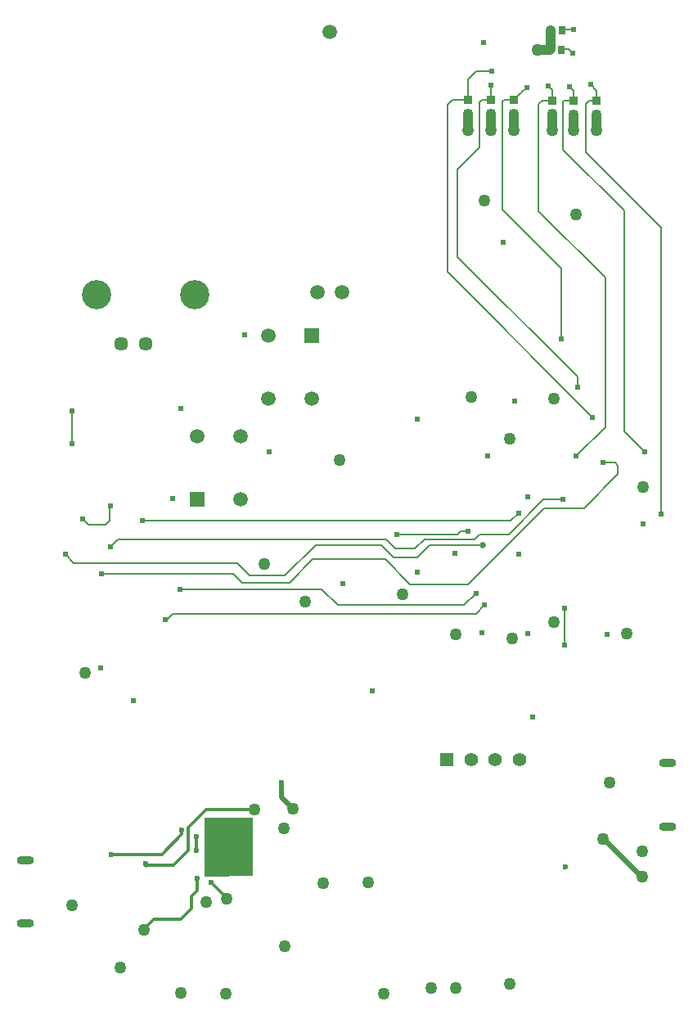
<source format=gbl>
G04*
G04 #@! TF.GenerationSoftware,Altium Limited,Altium Designer,23.4.1 (23)*
G04*
G04 Layer_Physical_Order=4*
G04 Layer_Color=16711680*
%FSLAX25Y25*%
%MOIN*%
G70*
G04*
G04 #@! TF.SameCoordinates,3C4277FE-F450-4ED3-BB46-299587BC0101*
G04*
G04*
G04 #@! TF.FilePolarity,Positive*
G04*
G01*
G75*
%ADD11C,0.00787*%
%ADD35R,0.02953X0.03543*%
%ADD39R,0.03788X0.03681*%
%ADD87C,0.01968*%
%ADD89C,0.01968*%
%ADD90C,0.01181*%
%ADD91C,0.03937*%
%ADD92C,0.05512*%
%ADD93O,0.07087X0.03543*%
%ADD94R,0.05512X0.05512*%
%ADD95C,0.05906*%
%ADD96R,0.05906X0.05906*%
%ADD97C,0.05984*%
%ADD98C,0.05693*%
%ADD99C,0.11870*%
%ADD100C,0.02400*%
%ADD101C,0.05000*%
%ADD102C,0.02362*%
%ADD103C,0.02500*%
G36*
X350394Y146850D02*
X331066Y146464D01*
X330709Y146814D01*
Y170472D01*
X350394D01*
Y146850D01*
D02*
G37*
D11*
X276722Y322785D02*
Y336171D01*
X276673Y322736D02*
X276722Y322785D01*
Y336171D02*
X276772Y336220D01*
X476280Y483169D02*
X476476Y483366D01*
X479113D01*
X480786Y481693D02*
X480807D01*
X479113Y483366D02*
X480786Y481693D01*
X476378Y491142D02*
X476575Y491339D01*
X481102D01*
X385039Y257087D02*
X436614D01*
X378642Y263484D02*
X385039Y257087D01*
X436614D02*
X441339Y261811D01*
X288976Y269685D02*
X342520D01*
X346063Y266142D01*
X420347Y283733D02*
X440820D01*
X442913Y285827D01*
X416535Y279921D02*
X420347Y283733D01*
X409055Y285827D02*
X433837D01*
X435018Y287008D01*
X404724Y283733D02*
X408536Y279921D01*
X416535D01*
X295544Y283733D02*
X404724D01*
X417323Y276378D02*
X422441Y281496D01*
X444094D01*
X402756D02*
X407874Y276378D01*
X292520Y280709D02*
X295544Y283733D01*
X363386Y268898D02*
X375984Y281496D01*
X402756D01*
X407874Y276378D02*
X417323D01*
X442913Y285827D02*
X454724D01*
X365354Y266142D02*
X374803Y275591D01*
X404331D01*
X320965Y263484D02*
X378642D01*
X346063Y266142D02*
X365354D01*
X344094Y274016D02*
X349213Y268898D01*
X363386D01*
X277559Y274016D02*
X344094D01*
X442913Y443307D02*
Y461811D01*
X443663Y462561D01*
X433858Y434252D02*
X442913Y443307D01*
X433858Y398819D02*
Y434252D01*
Y398819D02*
X482776Y349902D01*
X486122Y441437D02*
Y461024D01*
X476772Y442520D02*
Y462039D01*
X486122Y461024D02*
X487598Y462500D01*
X476772Y462039D02*
X477233Y462500D01*
X486122Y441437D02*
X516929Y410630D01*
X476772Y442520D02*
X501673Y417618D01*
X477233Y462500D02*
X481201D01*
X452165Y418110D02*
Y461932D01*
Y418110D02*
X476083Y394193D01*
X452794Y462561D02*
X456791D01*
X456845D01*
X452165Y461932D02*
X452794Y462561D01*
X443663D02*
X447638D01*
X466929Y461122D02*
X468330Y462523D01*
X466929Y417421D02*
X493996Y390354D01*
X468330Y462523D02*
X472343D01*
X466929Y417421D02*
Y461122D01*
X487992Y468996D02*
X490551Y466437D01*
Y462500D02*
Y466437D01*
X320866Y263386D02*
X320965Y263484D01*
X274016Y277559D02*
X277559Y274016D01*
X516929Y294094D02*
Y410630D01*
X501673Y327657D02*
Y417618D01*
Y327657D02*
X510039Y319291D01*
X482283Y317622D02*
X493996Y329335D01*
Y390354D01*
X429823Y392618D02*
X488976Y333465D01*
X429823Y392618D02*
Y460630D01*
X493307Y314961D02*
X498032D01*
X476083Y365650D02*
Y394193D01*
X475984Y365551D02*
X476083Y365650D01*
X482776Y345669D02*
Y349902D01*
X482677Y345571D02*
X482776Y345669D01*
X456845Y462561D02*
X459920Y465636D01*
Y465690D02*
X462046Y467815D01*
X459920Y465636D02*
Y465690D01*
X462046Y467815D02*
X462106D01*
X472343Y462523D02*
Y466711D01*
X470768Y468286D02*
X472343Y466711D01*
X438287Y462598D02*
X438294Y462605D01*
X441535Y474311D02*
X447736D01*
X438294Y471070D02*
X441535Y474311D01*
X438294Y462605D02*
Y471070D01*
X447638Y462561D02*
Y468701D01*
X487598Y462500D02*
X490551D01*
X479429Y468209D02*
X481201Y466437D01*
Y462500D02*
Y466437D01*
X431791Y462598D02*
X438287D01*
X429823Y460630D02*
X431791Y462598D01*
X441339Y253543D02*
X444882Y257087D01*
X317804Y253543D02*
X441339D01*
X314961Y251181D02*
X315442D01*
X317804Y253543D01*
X477362Y240846D02*
X477411Y240896D01*
Y255758D02*
X477461Y255807D01*
X477411Y240896D02*
Y255758D01*
X455512Y291339D02*
X458661Y294488D01*
X305512Y291339D02*
X455512D01*
X454724Y285827D02*
X468898Y300000D01*
X476772D01*
X435018Y287008D02*
X438189D01*
X485433Y296457D02*
X499213Y310236D01*
X438189Y265354D02*
X469291Y296457D01*
X485433D01*
X414567Y265354D02*
X438189D01*
X499213Y310236D02*
Y313780D01*
X498032Y314961D02*
X499213Y313780D01*
X404331Y275591D02*
X414567Y265354D01*
X283465Y289764D02*
X290551D01*
X292211Y291424D02*
Y296936D01*
X290551Y289764D02*
X292211Y291424D01*
X281102Y292126D02*
X283465Y289764D01*
X292211Y296936D02*
X292520Y297244D01*
D35*
X471654Y491142D02*
D03*
X471555Y483169D02*
D03*
X476378Y491142D02*
D03*
X476280Y483169D02*
D03*
D39*
X481201Y456867D02*
D03*
X490551D02*
D03*
X472343Y456890D02*
D03*
X447638Y456928D02*
D03*
X456791D02*
D03*
X438287Y456965D02*
D03*
X472343Y462523D02*
D03*
X438287Y462598D02*
D03*
X456791Y462561D02*
D03*
X447638D02*
D03*
X481201Y462500D02*
D03*
X490551D02*
D03*
D87*
X340551Y163681D02*
D03*
X337500Y160728D02*
D03*
X340551D02*
D03*
X343602D02*
D03*
X337500Y156594D02*
D03*
X340551D02*
D03*
X343602D02*
D03*
X340551Y153642D02*
D03*
D89*
X508858Y146457D02*
X509055D01*
X493504Y161811D02*
X508858Y146457D01*
X493307Y161811D02*
X493504D01*
X362158Y178787D02*
X366929Y174016D01*
X362158Y178787D02*
Y184646D01*
X306693Y151575D02*
X307087Y151181D01*
X306299Y124803D02*
Y125197D01*
X339764Y137402D02*
Y137598D01*
X333465Y143898D02*
Y144095D01*
X327438Y157055D02*
X327559Y156933D01*
Y157087D01*
X327362Y162795D02*
X327438Y162720D01*
D90*
X307087Y151181D02*
X318110D01*
X324122Y157193D01*
Y166248D01*
X331496Y173622D02*
X351181D01*
X324122Y166248D02*
X331496Y173622D01*
X306299Y125197D02*
X310236Y129134D01*
X321260D01*
X325590Y133465D01*
X327953Y140695D02*
Y145669D01*
X325590Y138332D02*
X327953Y140695D01*
X325590Y133465D02*
Y138332D01*
X333465Y143898D02*
X339764Y137598D01*
X327438Y157055D02*
Y162720D01*
X292913Y155512D02*
X313386D01*
X321457Y163583D01*
Y165551D01*
D91*
X438287Y450492D02*
Y456965D01*
X438189Y450394D02*
X438287Y450492D01*
X490551Y450350D02*
Y456867D01*
X481102Y450350D02*
X481201Y450449D01*
Y456867D01*
X472343Y450492D02*
X472441Y450394D01*
X472343Y450492D02*
Y456890D01*
X447638Y450394D02*
Y456928D01*
X456693Y450394D02*
X456791Y450492D01*
Y456928D01*
X466339Y483169D02*
X471555D01*
X471654Y483268D01*
Y491142D01*
D92*
X449213Y194095D02*
D03*
X439370D02*
D03*
X459055D02*
D03*
D93*
X257752Y153220D02*
D03*
Y127236D02*
D03*
X519587Y166732D02*
D03*
Y192717D02*
D03*
D94*
X429528Y194095D02*
D03*
D95*
X356890Y341142D02*
D03*
Y366732D02*
D03*
X327756Y325787D02*
D03*
X345472D02*
D03*
Y300197D02*
D03*
X374606Y341142D02*
D03*
D96*
X327756Y300197D02*
D03*
X374606Y366732D02*
D03*
D97*
X381890Y490394D02*
D03*
X376890Y384409D02*
D03*
X386890D02*
D03*
D98*
X296772Y363465D02*
D03*
X306772D02*
D03*
D99*
X326772Y383465D02*
D03*
X286772D02*
D03*
D100*
X288583Y231496D02*
D03*
X444390Y486220D02*
D03*
X321260Y337008D02*
D03*
X399213Y222047D02*
D03*
X464567Y211417D02*
D03*
X458661Y277559D02*
D03*
X417323Y332677D02*
D03*
X387008Y265748D02*
D03*
X417323Y270472D02*
D03*
X462598Y301181D02*
D03*
X443701Y245768D02*
D03*
X452362Y404823D02*
D03*
X276673Y322736D02*
D03*
X276772Y336220D02*
D03*
X457087Y340157D02*
D03*
X462598Y245276D02*
D03*
X494882Y244980D02*
D03*
X446063Y317717D02*
D03*
X480807Y481693D02*
D03*
X509449Y290157D02*
D03*
X481102Y491339D02*
D03*
X317717Y300394D02*
D03*
X347244Y366929D02*
D03*
X301969Y218110D02*
D03*
X357087Y319291D02*
D03*
X432677Y277953D02*
D03*
X288976Y269685D02*
D03*
X409055Y285827D02*
D03*
X487992Y468996D02*
D03*
X320866Y263386D02*
D03*
X510039Y319291D02*
D03*
X488976Y333465D02*
D03*
X493307Y314961D02*
D03*
X475984Y365551D02*
D03*
X482677Y345571D02*
D03*
X447736Y474311D02*
D03*
X447638Y468701D02*
D03*
X462106Y467815D02*
D03*
X479429Y468209D02*
D03*
X470768Y468286D02*
D03*
X477362Y240846D02*
D03*
X477461Y255807D02*
D03*
X458661Y294488D02*
D03*
X305512Y291339D02*
D03*
X476772Y300000D02*
D03*
X438189Y287008D02*
D03*
X292520Y280709D02*
D03*
Y297244D02*
D03*
X274016Y277559D02*
D03*
X314961Y251181D02*
D03*
X444882Y257087D02*
D03*
X441339Y261811D02*
D03*
X516929Y294094D02*
D03*
X281102Y292126D02*
D03*
X482283Y317622D02*
D03*
D101*
X282283Y229528D02*
D03*
X379134Y143701D02*
D03*
X397638Y144095D02*
D03*
X493307Y161811D02*
D03*
X509055Y146457D02*
D03*
Y156693D02*
D03*
X495669Y184646D02*
D03*
X455118Y102756D02*
D03*
X276772Y134646D02*
D03*
X366929Y174016D02*
D03*
X362992Y166142D02*
D03*
X363386Y118110D02*
D03*
X351181Y173622D02*
D03*
X306299Y124803D02*
D03*
X339764Y137402D02*
D03*
X321260Y99213D02*
D03*
X339370Y98819D02*
D03*
X296457Y109449D02*
D03*
X433071Y101181D02*
D03*
X423228D02*
D03*
X403937Y98819D02*
D03*
X331496Y136221D02*
D03*
X444685Y421850D02*
D03*
X371654Y258268D02*
D03*
X411417Y261417D02*
D03*
X355118Y273622D02*
D03*
X385827Y316142D02*
D03*
X438189Y450394D02*
D03*
X490551Y450350D02*
D03*
X481102D02*
D03*
X472441Y450394D02*
D03*
X447638D02*
D03*
X456693D02*
D03*
X482283Y416142D02*
D03*
X509449Y305118D02*
D03*
X439567Y341732D02*
D03*
X455118Y324803D02*
D03*
X502854Y245472D02*
D03*
X473228Y250000D02*
D03*
X466339Y483169D02*
D03*
X433071Y244980D02*
D03*
X456299Y243307D02*
D03*
X473228Y340945D02*
D03*
D102*
X477953Y150394D02*
D03*
X362158Y184646D02*
D03*
X306693Y151575D02*
D03*
X327953Y145669D02*
D03*
X333465Y144095D02*
D03*
X327559Y156933D02*
D03*
X327362Y162795D02*
D03*
X292913Y155512D02*
D03*
X321457Y165551D02*
D03*
D103*
X444094Y281496D02*
D03*
M02*

</source>
